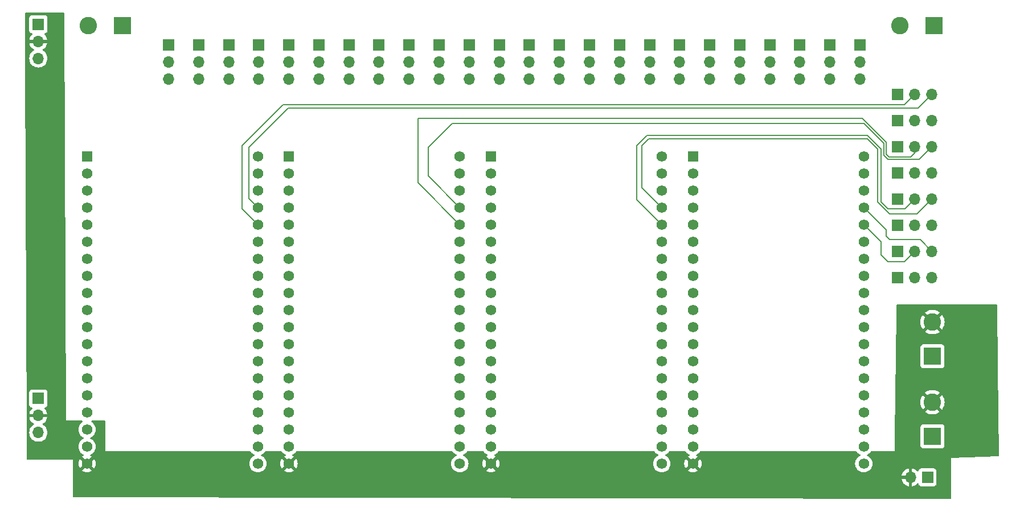
<source format=gbr>
%TF.GenerationSoftware,KiCad,Pcbnew,8.0.2-1*%
%TF.CreationDate,2025-01-09T15:56:49-05:00*%
%TF.ProjectId,C3P0_Controller_V1.1,43335030-5f43-46f6-9e74-726f6c6c6572,rev?*%
%TF.SameCoordinates,Original*%
%TF.FileFunction,Copper,L1,Top*%
%TF.FilePolarity,Positive*%
%FSLAX46Y46*%
G04 Gerber Fmt 4.6, Leading zero omitted, Abs format (unit mm)*
G04 Created by KiCad (PCBNEW 8.0.2-1) date 2025-01-09 15:56:49*
%MOMM*%
%LPD*%
G01*
G04 APERTURE LIST*
%TA.AperFunction,ComponentPad*%
%ADD10R,1.700000X1.700000*%
%TD*%
%TA.AperFunction,ComponentPad*%
%ADD11O,1.700000X1.700000*%
%TD*%
%TA.AperFunction,ComponentPad*%
%ADD12R,1.560000X1.560000*%
%TD*%
%TA.AperFunction,ComponentPad*%
%ADD13C,1.560000*%
%TD*%
%TA.AperFunction,ComponentPad*%
%ADD14R,2.600000X2.600000*%
%TD*%
%TA.AperFunction,ComponentPad*%
%ADD15C,2.600000*%
%TD*%
%TA.AperFunction,Conductor*%
%ADD16C,0.152400*%
%TD*%
%TA.AperFunction,Conductor*%
%ADD17C,0.200000*%
%TD*%
G04 APERTURE END LIST*
D10*
%TO.P,J37,1,Pin_1*%
%TO.N,GND*%
X204406000Y-93868285D03*
D11*
%TO.P,J37,2,Pin_2*%
%TO.N,T_RX1*%
X206946000Y-93868285D03*
%TO.P,J37,3,Pin_3*%
%TO.N,T_TX1*%
X209486000Y-93868285D03*
%TD*%
D10*
%TO.P,J36,1,Pin_1*%
%TO.N,GND*%
X204406000Y-78310857D03*
D11*
%TO.P,J36,2,Pin_2*%
%TO.N,RA_RX1*%
X206946000Y-78310857D03*
%TO.P,J36,3,Pin_3*%
%TO.N,RA_TX1*%
X209486000Y-78310857D03*
%TD*%
D10*
%TO.P,J35,1,Pin_1*%
%TO.N,GND*%
X204406000Y-101647000D03*
D11*
%TO.P,J35,2,Pin_2*%
%TO.N,LA_RX1*%
X206946000Y-101647000D03*
%TO.P,J35,3,Pin_3*%
%TO.N,LA_TX1*%
X209486000Y-101647000D03*
%TD*%
D10*
%TO.P,J34,1,Pin_1*%
%TO.N,GND*%
X204406000Y-86089571D03*
D11*
%TO.P,J34,2,Pin_2*%
%TO.N,H_RX1*%
X206946000Y-86089571D03*
%TO.P,J34,3,Pin_3*%
%TO.N,H_TX1*%
X209486000Y-86089571D03*
%TD*%
D10*
%TO.P,J7,1,Pin_1*%
%TO.N,GND*%
X185391025Y-67005000D03*
D11*
%TO.P,J7,2,Pin_2*%
%TO.N,SVR_PWR*%
X185391025Y-69545000D03*
%TO.P,J7,3,Pin_3*%
%TO.N,SRV_7*%
X185391025Y-72085000D03*
%TD*%
D10*
%TO.P,J21,1,Pin_1*%
%TO.N,GND*%
X167514301Y-67005000D03*
D11*
%TO.P,J21,2,Pin_2*%
%TO.N,SVR_PWR*%
X167514301Y-69545000D03*
%TO.P,J21,3,Pin_3*%
%TO.N,SRV_21*%
X167514301Y-72085000D03*
%TD*%
D12*
%TO.P,U3,J2-1,3V3*%
%TO.N,unconnected-(U3-3V3-PadJ2-1)*%
X143938000Y-83611000D03*
D13*
%TO.P,U3,J2-2,EN*%
%TO.N,unconnected-(U3-EN-PadJ2-2)*%
X143938000Y-86151000D03*
%TO.P,U3,J2-3,SENSOR_VP*%
%TO.N,unconnected-(U3-SENSOR_VP-PadJ2-3)*%
X143938000Y-88691000D03*
%TO.P,U3,J2-4,SENSOR_VN*%
%TO.N,unconnected-(U3-SENSOR_VN-PadJ2-4)*%
X143938000Y-91231000D03*
%TO.P,U3,J2-5,IO34*%
%TO.N,unconnected-(U3-IO34-PadJ2-5)*%
X143938000Y-93771000D03*
%TO.P,U3,J2-6,IO35*%
%TO.N,unconnected-(U3-IO35-PadJ2-6)*%
X143938000Y-96311000D03*
%TO.P,U3,J2-7,IO32*%
%TO.N,unconnected-(U3-IO32-PadJ2-7)*%
X143938000Y-98851000D03*
%TO.P,U3,J2-8,IO33*%
%TO.N,T_TX1*%
X143938000Y-101391000D03*
%TO.P,U3,J2-9,IO25*%
%TO.N,T_RX1*%
X143938000Y-103931000D03*
%TO.P,U3,J2-10,IO26*%
%TO.N,unconnected-(U3-IO26-PadJ2-10)*%
X143938000Y-106471000D03*
%TO.P,U3,J2-11,IO27*%
%TO.N,unconnected-(U3-IO27-PadJ2-11)*%
X143938000Y-109011000D03*
%TO.P,U3,J2-12,IO14*%
%TO.N,unconnected-(U3-IO14-PadJ2-12)*%
X143938000Y-111551000D03*
%TO.P,U3,J2-13,IO12*%
%TO.N,unconnected-(U3-IO12-PadJ2-13)*%
X143938000Y-114091000D03*
%TO.P,U3,J2-14,GND1*%
%TO.N,unconnected-(U3-GND1-PadJ2-14)*%
X143938000Y-116631000D03*
%TO.P,U3,J2-15,IO13*%
%TO.N,unconnected-(U3-IO13-PadJ2-15)*%
X143938000Y-119171000D03*
%TO.P,U3,J2-16,SD2*%
%TO.N,unconnected-(U3-SD2-PadJ2-16)*%
X143938000Y-121711000D03*
%TO.P,U3,J2-17,SD3*%
%TO.N,unconnected-(U3-SD3-PadJ2-17)*%
X143938000Y-124251000D03*
%TO.P,U3,J2-18,CMD*%
%TO.N,unconnected-(U3-CMD-PadJ2-18)*%
X143938000Y-126791000D03*
%TO.P,U3,J2-19,EXT_5V*%
%TO.N,5V*%
X143938000Y-129331000D03*
%TO.P,U3,J3-1,GND3*%
%TO.N,GND*%
X169338000Y-83611000D03*
%TO.P,U3,J3-2,IO23*%
%TO.N,unconnected-(U3-IO23-PadJ3-2)*%
X169338000Y-86151000D03*
%TO.P,U3,J3-3,IO22*%
%TO.N,SRV_22*%
X169338000Y-88691000D03*
%TO.P,U3,J3-4,TXD0*%
%TO.N,T_TX*%
X169338000Y-91231000D03*
%TO.P,U3,J3-5,RXD0*%
%TO.N,T_RX*%
X169338000Y-93771000D03*
%TO.P,U3,J3-6,IO21*%
%TO.N,SRV_21*%
X169338000Y-96311000D03*
%TO.P,U3,J3-7,GND2*%
%TO.N,unconnected-(U3-GND2-PadJ3-7)*%
X169338000Y-98851000D03*
%TO.P,U3,J3-8,IO19*%
%TO.N,SRV_20*%
X169338000Y-101391000D03*
%TO.P,U3,J3-9,IO18*%
%TO.N,SRV_19*%
X169338000Y-103931000D03*
%TO.P,U3,J3-10,IO5*%
%TO.N,unconnected-(U3-IO5-PadJ3-10)*%
X169338000Y-106471000D03*
%TO.P,U3,J3-11,IO17*%
%TO.N,SRV_18*%
X169338000Y-109011000D03*
%TO.P,U3,J3-12,IO16*%
%TO.N,SRV_17*%
X169338000Y-111551000D03*
%TO.P,U3,J3-13,IO4*%
%TO.N,unconnected-(U3-IO4-PadJ3-13)*%
X169338000Y-114091000D03*
%TO.P,U3,J3-14,IO0*%
%TO.N,unconnected-(U3-IO0-PadJ3-14)*%
X169338000Y-116631000D03*
%TO.P,U3,J3-15,IO2*%
%TO.N,unconnected-(U3-IO2-PadJ3-15)*%
X169338000Y-119171000D03*
%TO.P,U3,J3-16,IO15*%
%TO.N,unconnected-(U3-IO15-PadJ3-16)*%
X169338000Y-121711000D03*
%TO.P,U3,J3-17,SD1*%
%TO.N,unconnected-(U3-SD1-PadJ3-17)*%
X169338000Y-124251000D03*
%TO.P,U3,J3-18,SD0*%
%TO.N,unconnected-(U3-SD0-PadJ3-18)*%
X169338000Y-126791000D03*
%TO.P,U3,J3-19,CLK*%
%TO.N,unconnected-(U3-CLK-PadJ3-19)*%
X169338000Y-129331000D03*
%TD*%
D10*
%TO.P,J29,1,Pin_1*%
%TO.N,GND*%
X208835000Y-131365000D03*
D11*
%TO.P,J29,2,Pin_2*%
%TO.N,5V*%
X206295000Y-131365000D03*
%TD*%
D10*
%TO.P,J16,1,Pin_1*%
%TO.N,GND*%
X118353310Y-67005000D03*
D11*
%TO.P,J16,2,Pin_2*%
%TO.N,SVR_PWR*%
X118353310Y-69545000D03*
%TO.P,J16,3,Pin_3*%
%TO.N,SRV_16*%
X118353310Y-72085000D03*
%TD*%
D10*
%TO.P,J5,1,Pin_1*%
%TO.N,GND*%
X176452663Y-67005000D03*
D11*
%TO.P,J5,2,Pin_2*%
%TO.N,SVR_PWR*%
X176452663Y-69545000D03*
%TO.P,J5,3,Pin_3*%
%TO.N,SRV_5*%
X176452663Y-72085000D03*
%TD*%
D12*
%TO.P,U1,J2-1,3V3*%
%TO.N,unconnected-(U1-3V3-PadJ2-1)*%
X83888000Y-83611000D03*
D13*
%TO.P,U1,J2-2,EN*%
%TO.N,unconnected-(U1-EN-PadJ2-2)*%
X83888000Y-86151000D03*
%TO.P,U1,J2-3,SENSOR_VP*%
%TO.N,unconnected-(U1-SENSOR_VP-PadJ2-3)*%
X83888000Y-88691000D03*
%TO.P,U1,J2-4,SENSOR_VN*%
%TO.N,unconnected-(U1-SENSOR_VN-PadJ2-4)*%
X83888000Y-91231000D03*
%TO.P,U1,J2-5,IO34*%
%TO.N,unconnected-(U1-IO34-PadJ2-5)*%
X83888000Y-93771000D03*
%TO.P,U1,J2-6,IO35*%
%TO.N,unconnected-(U1-IO35-PadJ2-6)*%
X83888000Y-96311000D03*
%TO.P,U1,J2-7,IO32*%
%TO.N,unconnected-(U1-IO32-PadJ2-7)*%
X83888000Y-98851000D03*
%TO.P,U1,J2-8,IO33*%
%TO.N,RA_TX1*%
X83888000Y-101391000D03*
%TO.P,U1,J2-9,IO25*%
%TO.N,RA_RX1*%
X83888000Y-103931000D03*
%TO.P,U1,J2-10,IO26*%
%TO.N,unconnected-(U1-IO26-PadJ2-10)*%
X83888000Y-106471000D03*
%TO.P,U1,J2-11,IO27*%
%TO.N,unconnected-(U1-IO27-PadJ2-11)*%
X83888000Y-109011000D03*
%TO.P,U1,J2-12,IO14*%
%TO.N,unconnected-(U1-IO14-PadJ2-12)*%
X83888000Y-111551000D03*
%TO.P,U1,J2-13,IO12*%
%TO.N,unconnected-(U1-IO12-PadJ2-13)*%
X83888000Y-114091000D03*
%TO.P,U1,J2-14,GND1*%
%TO.N,unconnected-(U1-GND1-PadJ2-14)*%
X83888000Y-116631000D03*
%TO.P,U1,J2-15,IO13*%
%TO.N,unconnected-(U1-IO13-PadJ2-15)*%
X83888000Y-119171000D03*
%TO.P,U1,J2-16,SD2*%
%TO.N,unconnected-(U1-SD2-PadJ2-16)*%
X83888000Y-121711000D03*
%TO.P,U1,J2-17,SD3*%
%TO.N,unconnected-(U1-SD3-PadJ2-17)*%
X83888000Y-124251000D03*
%TO.P,U1,J2-18,CMD*%
%TO.N,unconnected-(U1-CMD-PadJ2-18)*%
X83888000Y-126791000D03*
%TO.P,U1,J2-19,EXT_5V*%
%TO.N,5V*%
X83888000Y-129331000D03*
%TO.P,U1,J3-1,GND3*%
%TO.N,GND*%
X109288000Y-83611000D03*
%TO.P,U1,J3-2,IO23*%
%TO.N,unconnected-(U1-IO23-PadJ3-2)*%
X109288000Y-86151000D03*
%TO.P,U1,J3-3,IO22*%
%TO.N,SRV_16*%
X109288000Y-88691000D03*
%TO.P,U1,J3-4,TXD0*%
%TO.N,RA_TX*%
X109288000Y-91231000D03*
%TO.P,U1,J3-5,RXD0*%
%TO.N,RA_RX*%
X109288000Y-93771000D03*
%TO.P,U1,J3-6,IO21*%
%TO.N,SRV_15*%
X109288000Y-96311000D03*
%TO.P,U1,J3-7,GND2*%
%TO.N,unconnected-(U1-GND2-PadJ3-7)*%
X109288000Y-98851000D03*
%TO.P,U1,J3-8,IO19*%
%TO.N,SRV_14*%
X109288000Y-101391000D03*
%TO.P,U1,J3-9,IO18*%
%TO.N,SRV_13*%
X109288000Y-103931000D03*
%TO.P,U1,J3-10,IO5*%
%TO.N,unconnected-(U1-IO5-PadJ3-10)*%
X109288000Y-106471000D03*
%TO.P,U1,J3-11,IO17*%
%TO.N,SRV_12*%
X109288000Y-109011000D03*
%TO.P,U1,J3-12,IO16*%
%TO.N,SRV_11*%
X109288000Y-111551000D03*
%TO.P,U1,J3-13,IO4*%
%TO.N,unconnected-(U1-IO4-PadJ3-13)*%
X109288000Y-114091000D03*
%TO.P,U1,J3-14,IO0*%
%TO.N,unconnected-(U1-IO0-PadJ3-14)*%
X109288000Y-116631000D03*
%TO.P,U1,J3-15,IO2*%
%TO.N,unconnected-(U1-IO2-PadJ3-15)*%
X109288000Y-119171000D03*
%TO.P,U1,J3-16,IO15*%
%TO.N,unconnected-(U1-IO15-PadJ3-16)*%
X109288000Y-121711000D03*
%TO.P,U1,J3-17,SD1*%
%TO.N,unconnected-(U1-SD1-PadJ3-17)*%
X109288000Y-124251000D03*
%TO.P,U1,J3-18,SD0*%
%TO.N,unconnected-(U1-SD0-PadJ3-18)*%
X109288000Y-126791000D03*
%TO.P,U1,J3-19,CLK*%
%TO.N,unconnected-(U1-CLK-PadJ3-19)*%
X109288000Y-129331000D03*
%TD*%
D10*
%TO.P,J30,1,Pin_1*%
%TO.N,GND*%
X204406000Y-82200214D03*
D11*
%TO.P,J30,2,Pin_2*%
%TO.N,H_RX*%
X206946000Y-82200214D03*
%TO.P,J30,3,Pin_3*%
%TO.N,H_TX*%
X209486000Y-82200214D03*
%TD*%
D10*
%TO.P,J15,1,Pin_1*%
%TO.N,GND*%
X113884129Y-67005000D03*
D11*
%TO.P,J15,2,Pin_2*%
%TO.N,SVR_PWR*%
X113884129Y-69545000D03*
%TO.P,J15,3,Pin_3*%
%TO.N,SRV_15*%
X113884129Y-72085000D03*
%TD*%
D10*
%TO.P,J20,1,Pin_1*%
%TO.N,GND*%
X163045120Y-67005000D03*
D11*
%TO.P,J20,2,Pin_2*%
%TO.N,SVR_PWR*%
X163045120Y-69545000D03*
%TO.P,J20,3,Pin_3*%
%TO.N,SRV_20*%
X163045120Y-72085000D03*
%TD*%
D10*
%TO.P,J2,1,Pin_1*%
%TO.N,GND*%
X127291672Y-67005000D03*
D11*
%TO.P,J2,2,Pin_2*%
%TO.N,SVR_PWR*%
X127291672Y-69545000D03*
%TO.P,J2,3,Pin_3*%
%TO.N,SRV_2*%
X127291672Y-72085000D03*
%TD*%
D14*
%TO.P,J50,1,Pin_1*%
%TO.N,GND*%
X89171000Y-64155000D03*
D15*
%TO.P,J50,2,Pin_2*%
%TO.N,SVR_PWR*%
X84091000Y-64155000D03*
%TD*%
D10*
%TO.P,J19,1,Pin_1*%
%TO.N,GND*%
X158575939Y-67005000D03*
D11*
%TO.P,J19,2,Pin_2*%
%TO.N,SVR_PWR*%
X158575939Y-69545000D03*
%TO.P,J19,3,Pin_3*%
%TO.N,SRV_19*%
X158575939Y-72085000D03*
%TD*%
D10*
%TO.P,J13,1,Pin_1*%
%TO.N,GND*%
X104945767Y-67005000D03*
D11*
%TO.P,J13,2,Pin_2*%
%TO.N,SVR_PWR*%
X104945767Y-69545000D03*
%TO.P,J13,3,Pin_3*%
%TO.N,SRV_13*%
X104945767Y-72085000D03*
%TD*%
D10*
%TO.P,J33,1,Pin_1*%
%TO.N,GND*%
X204406000Y-89978928D03*
D11*
%TO.P,J33,2,Pin_2*%
%TO.N,T_RX*%
X206946000Y-89978928D03*
%TO.P,J33,3,Pin_3*%
%TO.N,T_TX*%
X209486000Y-89978928D03*
%TD*%
D10*
%TO.P,J24,1,Pin_1*%
%TO.N,GND*%
X145168396Y-67005000D03*
D11*
%TO.P,J24,2,Pin_2*%
%TO.N,SVR_PWR*%
X145168396Y-69545000D03*
%TO.P,J24,3,Pin_3*%
%TO.N,SPR_2*%
X145168396Y-72085000D03*
%TD*%
D10*
%TO.P,J11,1,Pin_1*%
%TO.N,GND*%
X96007405Y-67005000D03*
D11*
%TO.P,J11,2,Pin_2*%
%TO.N,SVR_PWR*%
X96007405Y-69545000D03*
%TO.P,J11,3,Pin_3*%
%TO.N,SRV_11*%
X96007405Y-72085000D03*
%TD*%
D10*
%TO.P,J26,1,Pin_1*%
%TO.N,GND*%
X76650000Y-119644000D03*
D11*
%TO.P,J26,2,Pin_2*%
%TO.N,5V*%
X76650000Y-122184000D03*
%TO.P,J26,3,Pin_3*%
%TO.N,MISC_2*%
X76650000Y-124724000D03*
%TD*%
D10*
%TO.P,J22,1,Pin_1*%
%TO.N,GND*%
X171983482Y-67005000D03*
D11*
%TO.P,J22,2,Pin_2*%
%TO.N,SVR_PWR*%
X171983482Y-69545000D03*
%TO.P,J22,3,Pin_3*%
%TO.N,SRV_22*%
X171983482Y-72085000D03*
%TD*%
D10*
%TO.P,J6,1,Pin_1*%
%TO.N,GND*%
X180921844Y-67005000D03*
D11*
%TO.P,J6,2,Pin_2*%
%TO.N,SVR_PWR*%
X180921844Y-69545000D03*
%TO.P,J6,3,Pin_3*%
%TO.N,SRV_6*%
X180921844Y-72085000D03*
%TD*%
D12*
%TO.P,U4,J2-1,3V3*%
%TO.N,unconnected-(U4-3V3-PadJ2-1)*%
X173963000Y-83611000D03*
D13*
%TO.P,U4,J2-2,EN*%
%TO.N,unconnected-(U4-EN-PadJ2-2)*%
X173963000Y-86151000D03*
%TO.P,U4,J2-3,SENSOR_VP*%
%TO.N,unconnected-(U4-SENSOR_VP-PadJ2-3)*%
X173963000Y-88691000D03*
%TO.P,U4,J2-4,SENSOR_VN*%
%TO.N,unconnected-(U4-SENSOR_VN-PadJ2-4)*%
X173963000Y-91231000D03*
%TO.P,U4,J2-5,IO34*%
%TO.N,unconnected-(U4-IO34-PadJ2-5)*%
X173963000Y-93771000D03*
%TO.P,U4,J2-6,IO35*%
%TO.N,unconnected-(U4-IO35-PadJ2-6)*%
X173963000Y-96311000D03*
%TO.P,U4,J2-7,IO32*%
%TO.N,unconnected-(U4-IO32-PadJ2-7)*%
X173963000Y-98851000D03*
%TO.P,U4,J2-8,IO33*%
%TO.N,LA_TX1*%
X173963000Y-101391000D03*
%TO.P,U4,J2-9,IO25*%
%TO.N,LA_RX1*%
X173963000Y-103931000D03*
%TO.P,U4,J2-10,IO26*%
%TO.N,unconnected-(U4-IO26-PadJ2-10)*%
X173963000Y-106471000D03*
%TO.P,U4,J2-11,IO27*%
%TO.N,unconnected-(U4-IO27-PadJ2-11)*%
X173963000Y-109011000D03*
%TO.P,U4,J2-12,IO14*%
%TO.N,unconnected-(U4-IO14-PadJ2-12)*%
X173963000Y-111551000D03*
%TO.P,U4,J2-13,IO12*%
%TO.N,unconnected-(U4-IO12-PadJ2-13)*%
X173963000Y-114091000D03*
%TO.P,U4,J2-14,GND1*%
%TO.N,unconnected-(U4-GND1-PadJ2-14)*%
X173963000Y-116631000D03*
%TO.P,U4,J2-15,IO13*%
%TO.N,unconnected-(U4-IO13-PadJ2-15)*%
X173963000Y-119171000D03*
%TO.P,U4,J2-16,SD2*%
%TO.N,unconnected-(U4-SD2-PadJ2-16)*%
X173963000Y-121711000D03*
%TO.P,U4,J2-17,SD3*%
%TO.N,unconnected-(U4-SD3-PadJ2-17)*%
X173963000Y-124251000D03*
%TO.P,U4,J2-18,CMD*%
%TO.N,unconnected-(U4-CMD-PadJ2-18)*%
X173963000Y-126791000D03*
%TO.P,U4,J2-19,EXT_5V*%
%TO.N,5V*%
X173963000Y-129331000D03*
%TO.P,U4,J3-1,GND3*%
%TO.N,GND*%
X199363000Y-83611000D03*
%TO.P,U4,J3-2,IO23*%
%TO.N,unconnected-(U4-IO23-PadJ3-2)*%
X199363000Y-86151000D03*
%TO.P,U4,J3-3,IO22*%
%TO.N,SRV_10*%
X199363000Y-88691000D03*
%TO.P,U4,J3-4,TXD0*%
%TO.N,LA_TX*%
X199363000Y-91231000D03*
%TO.P,U4,J3-5,RXD0*%
%TO.N,LA_RX*%
X199363000Y-93771000D03*
%TO.P,U4,J3-6,IO21*%
%TO.N,SRV_9*%
X199363000Y-96311000D03*
%TO.P,U4,J3-7,GND2*%
%TO.N,unconnected-(U4-GND2-PadJ3-7)*%
X199363000Y-98851000D03*
%TO.P,U4,J3-8,IO19*%
%TO.N,SRV_8*%
X199363000Y-101391000D03*
%TO.P,U4,J3-9,IO18*%
%TO.N,SRV_7*%
X199363000Y-103931000D03*
%TO.P,U4,J3-10,IO5*%
%TO.N,unconnected-(U4-IO5-PadJ3-10)*%
X199363000Y-106471000D03*
%TO.P,U4,J3-11,IO17*%
%TO.N,SRV_6*%
X199363000Y-109011000D03*
%TO.P,U4,J3-12,IO16*%
%TO.N,SRV_5*%
X199363000Y-111551000D03*
%TO.P,U4,J3-13,IO4*%
%TO.N,unconnected-(U4-IO4-PadJ3-13)*%
X199363000Y-114091000D03*
%TO.P,U4,J3-14,IO0*%
%TO.N,unconnected-(U4-IO0-PadJ3-14)*%
X199363000Y-116631000D03*
%TO.P,U4,J3-15,IO2*%
%TO.N,unconnected-(U4-IO2-PadJ3-15)*%
X199363000Y-119171000D03*
%TO.P,U4,J3-16,IO15*%
%TO.N,unconnected-(U4-IO15-PadJ3-16)*%
X199363000Y-121711000D03*
%TO.P,U4,J3-17,SD1*%
%TO.N,unconnected-(U4-SD1-PadJ3-17)*%
X199363000Y-124251000D03*
%TO.P,U4,J3-18,SD0*%
%TO.N,unconnected-(U4-SD0-PadJ3-18)*%
X199363000Y-126791000D03*
%TO.P,U4,J3-19,CLK*%
%TO.N,unconnected-(U4-CLK-PadJ3-19)*%
X199363000Y-129331000D03*
%TD*%
D11*
%TO.P,J32,3,Pin_3*%
%TO.N,RA_TX*%
X209486000Y-74421500D03*
%TO.P,J32,2,Pin_2*%
%TO.N,RA_RX*%
X206946000Y-74421500D03*
D10*
%TO.P,J32,1,Pin_1*%
%TO.N,GND*%
X204406000Y-74421500D03*
%TD*%
%TO.P,J3,1,Pin_1*%
%TO.N,GND*%
X131760853Y-67005000D03*
D11*
%TO.P,J3,2,Pin_2*%
%TO.N,SVR_PWR*%
X131760853Y-69545000D03*
%TO.P,J3,3,Pin_3*%
%TO.N,SRV_3*%
X131760853Y-72085000D03*
%TD*%
D10*
%TO.P,J1,1,Pin_1*%
%TO.N,GND*%
X122822491Y-67005000D03*
D11*
%TO.P,J1,2,Pin_2*%
%TO.N,SVR_PWR*%
X122822491Y-69545000D03*
%TO.P,J1,3,Pin_3*%
%TO.N,SRV_1*%
X122822491Y-72085000D03*
%TD*%
D10*
%TO.P,J18,1,Pin_1*%
%TO.N,GND*%
X154106758Y-67005000D03*
D11*
%TO.P,J18,2,Pin_2*%
%TO.N,SVR_PWR*%
X154106758Y-69545000D03*
%TO.P,J18,3,Pin_3*%
%TO.N,SRV_18*%
X154106758Y-72085000D03*
%TD*%
D10*
%TO.P,J23,1,Pin_1*%
%TO.N,GND*%
X140699215Y-67005000D03*
D11*
%TO.P,J23,2,Pin_2*%
%TO.N,SVR_PWR*%
X140699215Y-69545000D03*
%TO.P,J23,3,Pin_3*%
%TO.N,SPR_1*%
X140699215Y-72085000D03*
%TD*%
D10*
%TO.P,J4,1,Pin_1*%
%TO.N,GND*%
X136230034Y-67005000D03*
D11*
%TO.P,J4,2,Pin_2*%
%TO.N,SVR_PWR*%
X136230034Y-69545000D03*
%TO.P,J4,3,Pin_3*%
%TO.N,SRV_4*%
X136230034Y-72085000D03*
%TD*%
D10*
%TO.P,J17,1,Pin_1*%
%TO.N,GND*%
X149637577Y-67005000D03*
D11*
%TO.P,J17,2,Pin_2*%
%TO.N,SVR_PWR*%
X149637577Y-69545000D03*
%TO.P,J17,3,Pin_3*%
%TO.N,SRV_17*%
X149637577Y-72085000D03*
%TD*%
D14*
%TO.P,J51,1,Pin_1*%
%TO.N,GND*%
X209567000Y-125267000D03*
D15*
%TO.P,J51,2,Pin_2*%
%TO.N,5V*%
X209567000Y-120187000D03*
%TD*%
D14*
%TO.P,J27,1,Pin_1*%
%TO.N,GND*%
X209821000Y-64155000D03*
D15*
%TO.P,J27,2,Pin_2*%
%TO.N,SVR_PWR*%
X204741000Y-64155000D03*
%TD*%
D10*
%TO.P,J9,1,Pin_1*%
%TO.N,GND*%
X194329387Y-67005000D03*
D11*
%TO.P,J9,2,Pin_2*%
%TO.N,SVR_PWR*%
X194329387Y-69545000D03*
%TO.P,J9,3,Pin_3*%
%TO.N,SRV_9*%
X194329387Y-72085000D03*
%TD*%
D14*
%TO.P,J28,1,Pin_1*%
%TO.N,GND*%
X209567000Y-113353000D03*
D15*
%TO.P,J28,2,Pin_2*%
%TO.N,5V*%
X209567000Y-108273000D03*
%TD*%
D10*
%TO.P,J12,1,Pin_1*%
%TO.N,GND*%
X100476586Y-67005000D03*
D11*
%TO.P,J12,2,Pin_2*%
%TO.N,SVR_PWR*%
X100476586Y-69545000D03*
%TO.P,J12,3,Pin_3*%
%TO.N,SRV_12*%
X100476586Y-72085000D03*
%TD*%
D12*
%TO.P,U2,J2-1,3V3*%
%TO.N,unconnected-(U2-3V3-PadJ2-1)*%
X113913000Y-83611000D03*
D13*
%TO.P,U2,J2-2,EN*%
%TO.N,unconnected-(U2-EN-PadJ2-2)*%
X113913000Y-86151000D03*
%TO.P,U2,J2-3,SENSOR_VP*%
%TO.N,unconnected-(U2-SENSOR_VP-PadJ2-3)*%
X113913000Y-88691000D03*
%TO.P,U2,J2-4,SENSOR_VN*%
%TO.N,unconnected-(U2-SENSOR_VN-PadJ2-4)*%
X113913000Y-91231000D03*
%TO.P,U2,J2-5,IO34*%
%TO.N,unconnected-(U2-IO34-PadJ2-5)*%
X113913000Y-93771000D03*
%TO.P,U2,J2-6,IO35*%
%TO.N,unconnected-(U2-IO35-PadJ2-6)*%
X113913000Y-96311000D03*
%TO.P,U2,J2-7,IO32*%
%TO.N,unconnected-(U2-IO32-PadJ2-7)*%
X113913000Y-98851000D03*
%TO.P,U2,J2-8,IO33*%
%TO.N,H_TX1*%
X113913000Y-101391000D03*
%TO.P,U2,J2-9,IO25*%
%TO.N,H_RX1*%
X113913000Y-103931000D03*
%TO.P,U2,J2-10,IO26*%
%TO.N,MISC_1*%
X113913000Y-106471000D03*
%TO.P,U2,J2-11,IO27*%
%TO.N,MISC_2*%
X113913000Y-109011000D03*
%TO.P,U2,J2-12,IO14*%
%TO.N,unconnected-(U2-IO14-PadJ2-12)*%
X113913000Y-111551000D03*
%TO.P,U2,J2-13,IO12*%
%TO.N,unconnected-(U2-IO12-PadJ2-13)*%
X113913000Y-114091000D03*
%TO.P,U2,J2-14,GND1*%
%TO.N,unconnected-(U2-GND1-PadJ2-14)*%
X113913000Y-116631000D03*
%TO.P,U2,J2-15,IO13*%
%TO.N,unconnected-(U2-IO13-PadJ2-15)*%
X113913000Y-119171000D03*
%TO.P,U2,J2-16,SD2*%
%TO.N,unconnected-(U2-SD2-PadJ2-16)*%
X113913000Y-121711000D03*
%TO.P,U2,J2-17,SD3*%
%TO.N,unconnected-(U2-SD3-PadJ2-17)*%
X113913000Y-124251000D03*
%TO.P,U2,J2-18,CMD*%
%TO.N,unconnected-(U2-CMD-PadJ2-18)*%
X113913000Y-126791000D03*
%TO.P,U2,J2-19,EXT_5V*%
%TO.N,5V*%
X113913000Y-129331000D03*
%TO.P,U2,J3-1,GND3*%
%TO.N,GND*%
X139313000Y-83611000D03*
%TO.P,U2,J3-2,IO23*%
%TO.N,unconnected-(U2-IO23-PadJ3-2)*%
X139313000Y-86151000D03*
%TO.P,U2,J3-3,IO22*%
%TO.N,SPR_2*%
X139313000Y-88691000D03*
%TO.P,U2,J3-4,TXD0*%
%TO.N,H_TX*%
X139313000Y-91231000D03*
%TO.P,U2,J3-5,RXD0*%
%TO.N,H_RX*%
X139313000Y-93771000D03*
%TO.P,U2,J3-6,IO21*%
%TO.N,SPR_1*%
X139313000Y-96311000D03*
%TO.P,U2,J3-7,GND2*%
%TO.N,unconnected-(U2-GND2-PadJ3-7)*%
X139313000Y-98851000D03*
%TO.P,U2,J3-8,IO19*%
%TO.N,SRV_4*%
X139313000Y-101391000D03*
%TO.P,U2,J3-9,IO18*%
%TO.N,SRV_3*%
X139313000Y-103931000D03*
%TO.P,U2,J3-10,IO5*%
%TO.N,unconnected-(U2-IO5-PadJ3-10)*%
X139313000Y-106471000D03*
%TO.P,U2,J3-11,IO17*%
%TO.N,SRV_2*%
X139313000Y-109011000D03*
%TO.P,U2,J3-12,IO16*%
%TO.N,SRV_1*%
X139313000Y-111551000D03*
%TO.P,U2,J3-13,IO4*%
%TO.N,unconnected-(U2-IO4-PadJ3-13)*%
X139313000Y-114091000D03*
%TO.P,U2,J3-14,IO0*%
%TO.N,unconnected-(U2-IO0-PadJ3-14)*%
X139313000Y-116631000D03*
%TO.P,U2,J3-15,IO2*%
%TO.N,unconnected-(U2-IO2-PadJ3-15)*%
X139313000Y-119171000D03*
%TO.P,U2,J3-16,IO15*%
%TO.N,unconnected-(U2-IO15-PadJ3-16)*%
X139313000Y-121711000D03*
%TO.P,U2,J3-17,SD1*%
%TO.N,unconnected-(U2-SD1-PadJ3-17)*%
X139313000Y-124251000D03*
%TO.P,U2,J3-18,SD0*%
%TO.N,unconnected-(U2-SD0-PadJ3-18)*%
X139313000Y-126791000D03*
%TO.P,U2,J3-19,CLK*%
%TO.N,unconnected-(U2-CLK-PadJ3-19)*%
X139313000Y-129331000D03*
%TD*%
D10*
%TO.P,J14,1,Pin_1*%
%TO.N,GND*%
X109414948Y-67005000D03*
D11*
%TO.P,J14,2,Pin_2*%
%TO.N,SVR_PWR*%
X109414948Y-69545000D03*
%TO.P,J14,3,Pin_3*%
%TO.N,SRV_14*%
X109414948Y-72085000D03*
%TD*%
D10*
%TO.P,J31,1,Pin_1*%
%TO.N,GND*%
X204406000Y-97757642D03*
D11*
%TO.P,J31,2,Pin_2*%
%TO.N,LA_RX*%
X206946000Y-97757642D03*
%TO.P,J31,3,Pin_3*%
%TO.N,LA_TX*%
X209486000Y-97757642D03*
%TD*%
D10*
%TO.P,J10,1,Pin_1*%
%TO.N,GND*%
X198798569Y-67005000D03*
D11*
%TO.P,J10,2,Pin_2*%
%TO.N,SVR_PWR*%
X198798569Y-69545000D03*
%TO.P,J10,3,Pin_3*%
%TO.N,SRV_10*%
X198798569Y-72085000D03*
%TD*%
D10*
%TO.P,J25,1,Pin_1*%
%TO.N,GND*%
X76650000Y-63944000D03*
D11*
%TO.P,J25,2,Pin_2*%
%TO.N,5V*%
X76650000Y-66484000D03*
%TO.P,J25,3,Pin_3*%
%TO.N,MISC_1*%
X76650000Y-69024000D03*
%TD*%
D10*
%TO.P,J8,1,Pin_1*%
%TO.N,GND*%
X189860206Y-67005000D03*
D11*
%TO.P,J8,2,Pin_2*%
%TO.N,SVR_PWR*%
X189860206Y-69545000D03*
%TO.P,J8,3,Pin_3*%
%TO.N,SRV_8*%
X189860206Y-72085000D03*
%TD*%
D16*
%TO.N,LA_TX*%
X209486000Y-97757642D02*
X207740358Y-96012000D01*
X202692000Y-95504000D02*
X202692000Y-94560000D01*
X207740358Y-96012000D02*
X203200000Y-96012000D01*
X203200000Y-96012000D02*
X202692000Y-95504000D01*
X202692000Y-94560000D02*
X199363000Y-91231000D01*
%TO.N,LA_RX*%
X206946000Y-97757642D02*
X205389642Y-99314000D01*
X205389642Y-99314000D02*
X202946000Y-99314000D01*
X202946000Y-99314000D02*
X201930000Y-98298000D01*
X201930000Y-98298000D02*
X201930000Y-96338000D01*
X201930000Y-96338000D02*
X199363000Y-93771000D01*
%TO.N,T_RX*%
X205740000Y-91186000D02*
X205486000Y-91440000D01*
X165608000Y-90041000D02*
X169338000Y-93771000D01*
X202946000Y-91440000D02*
X201930000Y-90424000D01*
X205740000Y-91184928D02*
X205740000Y-91186000D01*
X205486000Y-91440000D02*
X202946000Y-91440000D01*
X206946000Y-89978928D02*
X205740000Y-91184928D01*
X201930000Y-90424000D02*
X201930000Y-82550000D01*
X167132000Y-80518000D02*
X165608000Y-82042000D01*
X201930000Y-82550000D02*
X199898000Y-80518000D01*
X199898000Y-80518000D02*
X167132000Y-80518000D01*
X165608000Y-82042000D02*
X165608000Y-90041000D01*
%TO.N,T_TX*%
X166370000Y-88263000D02*
X166370000Y-82042000D01*
X199898000Y-81026000D02*
X201422000Y-82550000D01*
X169338000Y-91231000D02*
X166370000Y-88263000D01*
X201422000Y-82550000D02*
X201422000Y-90424000D01*
X203200000Y-92202000D02*
X207262928Y-92202000D01*
X207262928Y-92202000D02*
X209486000Y-89978928D01*
X166370000Y-82042000D02*
X167386000Y-81026000D01*
X167386000Y-81026000D02*
X199898000Y-81026000D01*
X201422000Y-90424000D02*
X203200000Y-92202000D01*
%TO.N,H_TX*%
X139313000Y-91231000D02*
X134620000Y-86538000D01*
X134620000Y-82296000D02*
X138176000Y-78740000D01*
X138176000Y-78740000D02*
X199390001Y-78740000D01*
X207612214Y-84074000D02*
X209486000Y-82200214D01*
X199390001Y-78740000D02*
X202339600Y-81689599D01*
X134620000Y-86538000D02*
X134620000Y-82296000D01*
X202339600Y-81689599D02*
X202339600Y-83467601D01*
X202339600Y-83467601D02*
X202945999Y-84074000D01*
X202945999Y-84074000D02*
X207612214Y-84074000D01*
%TO.N,H_RX*%
X206946000Y-82200214D02*
X206946000Y-83122000D01*
X206946000Y-83122000D02*
X206346400Y-83721600D01*
X206346400Y-83721600D02*
X203091968Y-83721600D01*
X199126369Y-77978000D02*
X133096000Y-77978000D01*
X203091968Y-83721600D02*
X202692000Y-83321632D01*
X133096000Y-77978000D02*
X133096000Y-87554000D01*
X202692000Y-83321632D02*
X202692000Y-81543631D01*
X202692000Y-81543631D02*
X199126369Y-77978000D01*
X133096000Y-87554000D02*
X139313000Y-93771000D01*
D17*
%TO.N,RA_RX*%
X206946000Y-74421500D02*
X205421500Y-75946000D01*
X205421500Y-75946000D02*
X113030000Y-75946000D01*
X113030000Y-75946000D02*
X106934000Y-82042000D01*
X106934000Y-82042000D02*
X106934000Y-91417000D01*
X106934000Y-91417000D02*
X109288000Y-93771000D01*
%TO.N,RA_TX*%
X209486000Y-74421500D02*
X207453500Y-76454000D01*
X207453500Y-76454000D02*
X113792000Y-76454000D01*
X113792000Y-76454000D02*
X107950000Y-82296000D01*
X107950000Y-82296000D02*
X107950000Y-89893000D01*
X107950000Y-89893000D02*
X109288000Y-91231000D01*
%TD*%
%TA.AperFunction,Conductor*%
%TO.N,5V*%
G36*
X80461557Y-62249685D02*
G01*
X80507312Y-62302489D01*
X80518516Y-62353479D01*
X80772000Y-122936000D01*
X83140255Y-122936000D01*
X83207294Y-122955685D01*
X83253049Y-123008489D01*
X83262993Y-123077647D01*
X83233968Y-123141203D01*
X83211378Y-123161575D01*
X83061764Y-123266334D01*
X82903334Y-123424764D01*
X82774819Y-123608304D01*
X82774818Y-123608306D01*
X82680129Y-123811368D01*
X82680126Y-123811374D01*
X82622137Y-124027791D01*
X82622136Y-124027799D01*
X82602609Y-124250998D01*
X82602609Y-124251001D01*
X82622136Y-124474200D01*
X82622137Y-124474208D01*
X82680126Y-124690625D01*
X82680127Y-124690627D01*
X82680128Y-124690630D01*
X82695689Y-124724000D01*
X82774819Y-124893696D01*
X82774821Y-124893700D01*
X82903329Y-125077228D01*
X82903334Y-125077234D01*
X83061765Y-125235665D01*
X83061771Y-125235670D01*
X83245299Y-125364178D01*
X83245301Y-125364179D01*
X83245304Y-125364181D01*
X83340600Y-125408618D01*
X83393039Y-125454790D01*
X83412191Y-125521984D01*
X83391975Y-125588865D01*
X83340600Y-125633382D01*
X83245306Y-125677818D01*
X83245304Y-125677819D01*
X83061764Y-125806334D01*
X82903334Y-125964764D01*
X82774819Y-126148304D01*
X82774818Y-126148306D01*
X82680129Y-126351368D01*
X82680126Y-126351374D01*
X82622137Y-126567791D01*
X82622136Y-126567799D01*
X82602609Y-126790998D01*
X82602609Y-126791001D01*
X82622136Y-127014200D01*
X82622137Y-127014208D01*
X82680126Y-127230625D01*
X82680127Y-127230627D01*
X82680128Y-127230630D01*
X82774819Y-127433696D01*
X82774821Y-127433700D01*
X82903329Y-127617228D01*
X82903334Y-127617234D01*
X83061765Y-127775665D01*
X83061771Y-127775670D01*
X83245299Y-127904178D01*
X83245301Y-127904179D01*
X83245304Y-127904181D01*
X83341190Y-127948893D01*
X83393630Y-127995065D01*
X83412782Y-128062258D01*
X83392567Y-128129139D01*
X83341192Y-128173657D01*
X83245554Y-128218254D01*
X83176887Y-128266334D01*
X83742260Y-128831707D01*
X83687288Y-128846437D01*
X83568713Y-128914896D01*
X83471896Y-129011713D01*
X83403437Y-129130288D01*
X83388707Y-129185260D01*
X82823334Y-128619887D01*
X82775253Y-128688556D01*
X82680600Y-128891540D01*
X82680596Y-128891549D01*
X82622632Y-129107875D01*
X82622630Y-129107886D01*
X82603111Y-129330997D01*
X82603111Y-129331002D01*
X82622630Y-129554113D01*
X82622632Y-129554124D01*
X82680596Y-129770450D01*
X82680600Y-129770459D01*
X82775252Y-129973443D01*
X82775253Y-129973445D01*
X82823334Y-130042112D01*
X83388707Y-129476739D01*
X83403437Y-129531712D01*
X83471896Y-129650287D01*
X83568713Y-129747104D01*
X83687288Y-129815563D01*
X83742259Y-129830292D01*
X83176886Y-130395664D01*
X83245555Y-130443746D01*
X83448540Y-130538399D01*
X83448549Y-130538403D01*
X83664875Y-130596367D01*
X83664886Y-130596369D01*
X83887998Y-130615889D01*
X83888002Y-130615889D01*
X84111113Y-130596369D01*
X84111124Y-130596367D01*
X84327450Y-130538403D01*
X84327459Y-130538399D01*
X84530445Y-130443746D01*
X84530451Y-130443742D01*
X84599112Y-130395665D01*
X84033739Y-129830292D01*
X84088712Y-129815563D01*
X84207287Y-129747104D01*
X84304104Y-129650287D01*
X84372563Y-129531712D01*
X84387292Y-129476739D01*
X84952665Y-130042112D01*
X85000742Y-129973451D01*
X85000746Y-129973445D01*
X85095399Y-129770459D01*
X85095403Y-129770450D01*
X85153367Y-129554124D01*
X85153369Y-129554113D01*
X85172889Y-129331002D01*
X85172889Y-129330997D01*
X85153369Y-129107886D01*
X85153367Y-129107875D01*
X85095403Y-128891549D01*
X85095399Y-128891540D01*
X85000747Y-128688557D01*
X85000746Y-128688555D01*
X84952664Y-128619887D01*
X84952664Y-128619886D01*
X84387292Y-129185259D01*
X84372563Y-129130288D01*
X84304104Y-129011713D01*
X84207287Y-128914896D01*
X84088712Y-128846437D01*
X84033740Y-128831707D01*
X84599112Y-128266334D01*
X84599112Y-128266333D01*
X84530445Y-128218253D01*
X84530443Y-128218252D01*
X84434808Y-128173657D01*
X84382369Y-128127485D01*
X84363217Y-128060291D01*
X84383433Y-127993410D01*
X84434804Y-127948895D01*
X84530696Y-127904181D01*
X84714233Y-127775667D01*
X84872667Y-127617233D01*
X85001181Y-127433696D01*
X85095872Y-127230630D01*
X85153863Y-127014206D01*
X85173391Y-126791000D01*
X85153863Y-126567794D01*
X85095872Y-126351370D01*
X85001181Y-126148305D01*
X84936924Y-126056536D01*
X84872668Y-125964768D01*
X84805932Y-125898032D01*
X84714233Y-125806333D01*
X84714229Y-125806330D01*
X84714228Y-125806329D01*
X84530700Y-125677821D01*
X84530692Y-125677817D01*
X84435400Y-125633382D01*
X84382960Y-125587210D01*
X84363808Y-125520017D01*
X84384023Y-125453135D01*
X84435400Y-125408618D01*
X84530696Y-125364181D01*
X84714233Y-125235667D01*
X84872667Y-125077233D01*
X85001181Y-124893696D01*
X85095872Y-124690630D01*
X85153863Y-124474206D01*
X85173391Y-124251000D01*
X85153863Y-124027794D01*
X85095872Y-123811370D01*
X85001181Y-123608305D01*
X84872667Y-123424767D01*
X84714233Y-123266333D01*
X84564622Y-123161574D01*
X84520999Y-123106998D01*
X84513806Y-123037499D01*
X84545328Y-122975145D01*
X84605558Y-122939731D01*
X84635747Y-122936000D01*
X86490000Y-122936000D01*
X86557039Y-122955685D01*
X86602794Y-123008489D01*
X86614000Y-123060000D01*
X86614000Y-127508000D01*
X108162297Y-127508000D01*
X108229336Y-127527685D01*
X108263871Y-127560876D01*
X108303333Y-127617233D01*
X108461765Y-127775665D01*
X108461771Y-127775670D01*
X108645299Y-127904178D01*
X108645301Y-127904179D01*
X108645304Y-127904181D01*
X108740600Y-127948618D01*
X108793039Y-127994790D01*
X108812191Y-128061984D01*
X108791975Y-128128865D01*
X108740600Y-128173382D01*
X108645306Y-128217818D01*
X108645304Y-128217819D01*
X108461764Y-128346334D01*
X108303334Y-128504764D01*
X108174819Y-128688304D01*
X108174818Y-128688306D01*
X108080129Y-128891368D01*
X108080126Y-128891374D01*
X108022137Y-129107791D01*
X108022136Y-129107799D01*
X108002609Y-129330998D01*
X108002609Y-129331001D01*
X108022136Y-129554200D01*
X108022137Y-129554208D01*
X108080126Y-129770625D01*
X108080127Y-129770627D01*
X108080128Y-129770630D01*
X108101081Y-129815563D01*
X108174819Y-129973696D01*
X108174821Y-129973700D01*
X108303329Y-130157228D01*
X108303334Y-130157234D01*
X108461765Y-130315665D01*
X108461771Y-130315670D01*
X108645299Y-130444178D01*
X108645301Y-130444179D01*
X108645304Y-130444181D01*
X108848370Y-130538872D01*
X109064794Y-130596863D01*
X109224226Y-130610811D01*
X109287998Y-130616391D01*
X109288000Y-130616391D01*
X109288002Y-130616391D01*
X109343801Y-130611509D01*
X109511206Y-130596863D01*
X109727630Y-130538872D01*
X109930696Y-130444181D01*
X110114233Y-130315667D01*
X110272667Y-130157233D01*
X110401181Y-129973696D01*
X110495872Y-129770630D01*
X110553863Y-129554206D01*
X110573391Y-129331000D01*
X110553863Y-129107794D01*
X110495872Y-128891370D01*
X110401181Y-128688305D01*
X110336924Y-128596536D01*
X110272668Y-128504768D01*
X110272664Y-128504764D01*
X110114233Y-128346333D01*
X110114229Y-128346330D01*
X110114228Y-128346329D01*
X109930700Y-128217821D01*
X109930692Y-128217817D01*
X109835400Y-128173382D01*
X109782960Y-128127210D01*
X109763808Y-128060017D01*
X109784023Y-127993135D01*
X109835400Y-127948618D01*
X109930696Y-127904181D01*
X110114233Y-127775667D01*
X110272667Y-127617233D01*
X110312129Y-127560876D01*
X110366706Y-127517251D01*
X110413703Y-127508000D01*
X112787297Y-127508000D01*
X112854336Y-127527685D01*
X112888871Y-127560876D01*
X112928333Y-127617233D01*
X113086765Y-127775665D01*
X113086771Y-127775670D01*
X113270299Y-127904178D01*
X113270301Y-127904179D01*
X113270304Y-127904181D01*
X113366190Y-127948893D01*
X113418630Y-127995065D01*
X113437782Y-128062258D01*
X113417567Y-128129139D01*
X113366192Y-128173657D01*
X113270554Y-128218254D01*
X113201887Y-128266334D01*
X113767260Y-128831707D01*
X113712288Y-128846437D01*
X113593713Y-128914896D01*
X113496896Y-129011713D01*
X113428437Y-129130288D01*
X113413707Y-129185260D01*
X112848334Y-128619887D01*
X112800253Y-128688556D01*
X112705600Y-128891540D01*
X112705596Y-128891549D01*
X112647632Y-129107875D01*
X112647630Y-129107886D01*
X112628111Y-129330997D01*
X112628111Y-129331002D01*
X112647630Y-129554113D01*
X112647632Y-129554124D01*
X112705596Y-129770450D01*
X112705600Y-129770459D01*
X112800252Y-129973443D01*
X112800253Y-129973445D01*
X112848334Y-130042112D01*
X113413707Y-129476739D01*
X113428437Y-129531712D01*
X113496896Y-129650287D01*
X113593713Y-129747104D01*
X113712288Y-129815563D01*
X113767259Y-129830292D01*
X113201886Y-130395664D01*
X113270555Y-130443746D01*
X113473540Y-130538399D01*
X113473549Y-130538403D01*
X113689875Y-130596367D01*
X113689886Y-130596369D01*
X113912998Y-130615889D01*
X113913002Y-130615889D01*
X114136113Y-130596369D01*
X114136124Y-130596367D01*
X114352450Y-130538403D01*
X114352459Y-130538399D01*
X114555445Y-130443746D01*
X114555451Y-130443742D01*
X114624112Y-130395665D01*
X114058739Y-129830292D01*
X114113712Y-129815563D01*
X114232287Y-129747104D01*
X114329104Y-129650287D01*
X114397563Y-129531712D01*
X114412292Y-129476739D01*
X114977665Y-130042112D01*
X115025742Y-129973451D01*
X115025746Y-129973445D01*
X115120399Y-129770459D01*
X115120403Y-129770450D01*
X115178367Y-129554124D01*
X115178369Y-129554113D01*
X115197889Y-129331002D01*
X115197889Y-129330997D01*
X115178369Y-129107886D01*
X115178367Y-129107875D01*
X115120403Y-128891549D01*
X115120399Y-128891540D01*
X115025747Y-128688557D01*
X115025746Y-128688555D01*
X114977664Y-128619887D01*
X114977664Y-128619886D01*
X114412292Y-129185259D01*
X114397563Y-129130288D01*
X114329104Y-129011713D01*
X114232287Y-128914896D01*
X114113712Y-128846437D01*
X114058740Y-128831707D01*
X114624112Y-128266334D01*
X114624112Y-128266333D01*
X114555445Y-128218253D01*
X114555443Y-128218252D01*
X114459808Y-128173657D01*
X114407369Y-128127485D01*
X114388217Y-128060291D01*
X114408433Y-127993410D01*
X114459804Y-127948895D01*
X114555696Y-127904181D01*
X114739233Y-127775667D01*
X114897667Y-127617233D01*
X114937129Y-127560876D01*
X114991706Y-127517251D01*
X115038703Y-127508000D01*
X138187297Y-127508000D01*
X138254336Y-127527685D01*
X138288871Y-127560876D01*
X138328333Y-127617233D01*
X138486765Y-127775665D01*
X138486771Y-127775670D01*
X138670299Y-127904178D01*
X138670301Y-127904179D01*
X138670304Y-127904181D01*
X138765600Y-127948618D01*
X138818039Y-127994790D01*
X138837191Y-128061984D01*
X138816975Y-128128865D01*
X138765600Y-128173382D01*
X138670306Y-128217818D01*
X138670304Y-128217819D01*
X138486764Y-128346334D01*
X138328334Y-128504764D01*
X138199819Y-128688304D01*
X138199818Y-128688306D01*
X138105129Y-128891368D01*
X138105126Y-128891374D01*
X138047137Y-129107791D01*
X138047136Y-129107799D01*
X138027609Y-129330998D01*
X138027609Y-129331001D01*
X138047136Y-129554200D01*
X138047137Y-129554208D01*
X138105126Y-129770625D01*
X138105127Y-129770627D01*
X138105128Y-129770630D01*
X138126081Y-129815563D01*
X138199819Y-129973696D01*
X138199821Y-129973700D01*
X138328329Y-130157228D01*
X138328334Y-130157234D01*
X138486765Y-130315665D01*
X138486771Y-130315670D01*
X138670299Y-130444178D01*
X138670301Y-130444179D01*
X138670304Y-130444181D01*
X138873370Y-130538872D01*
X139089794Y-130596863D01*
X139249226Y-130610811D01*
X139312998Y-130616391D01*
X139313000Y-130616391D01*
X139313002Y-130616391D01*
X139368801Y-130611509D01*
X139536206Y-130596863D01*
X139752630Y-130538872D01*
X139955696Y-130444181D01*
X140139233Y-130315667D01*
X140297667Y-130157233D01*
X140426181Y-129973696D01*
X140520872Y-129770630D01*
X140578863Y-129554206D01*
X140598391Y-129331000D01*
X140578863Y-129107794D01*
X140520872Y-128891370D01*
X140426181Y-128688305D01*
X140361924Y-128596536D01*
X140297668Y-128504768D01*
X140297664Y-128504764D01*
X140139233Y-128346333D01*
X140139229Y-128346330D01*
X140139228Y-128346329D01*
X139955700Y-128217821D01*
X139955692Y-128217817D01*
X139860400Y-128173382D01*
X139807960Y-128127210D01*
X139788808Y-128060017D01*
X139809023Y-127993135D01*
X139860400Y-127948618D01*
X139955696Y-127904181D01*
X140139233Y-127775667D01*
X140297667Y-127617233D01*
X140337129Y-127560876D01*
X140391706Y-127517251D01*
X140438703Y-127508000D01*
X142812297Y-127508000D01*
X142879336Y-127527685D01*
X142913871Y-127560876D01*
X142953333Y-127617233D01*
X143111765Y-127775665D01*
X143111771Y-127775670D01*
X143295299Y-127904178D01*
X143295301Y-127904179D01*
X143295304Y-127904181D01*
X143391190Y-127948893D01*
X143443630Y-127995065D01*
X143462782Y-128062258D01*
X143442567Y-128129139D01*
X143391192Y-128173657D01*
X143295554Y-128218254D01*
X143226887Y-128266334D01*
X143792260Y-128831707D01*
X143737288Y-128846437D01*
X143618713Y-128914896D01*
X143521896Y-129011713D01*
X143453437Y-129130288D01*
X143438707Y-129185260D01*
X142873334Y-128619887D01*
X142825253Y-128688556D01*
X142730600Y-128891540D01*
X142730596Y-128891549D01*
X142672632Y-129107875D01*
X142672630Y-129107886D01*
X142653111Y-129330997D01*
X142653111Y-129331002D01*
X142672630Y-129554113D01*
X142672632Y-129554124D01*
X142730596Y-129770450D01*
X142730600Y-129770459D01*
X142825252Y-129973443D01*
X142825253Y-129973445D01*
X142873334Y-130042112D01*
X143438707Y-129476739D01*
X143453437Y-129531712D01*
X143521896Y-129650287D01*
X143618713Y-129747104D01*
X143737288Y-129815563D01*
X143792259Y-129830292D01*
X143226886Y-130395664D01*
X143295555Y-130443746D01*
X143498540Y-130538399D01*
X143498549Y-130538403D01*
X143714875Y-130596367D01*
X143714886Y-130596369D01*
X143937998Y-130615889D01*
X143938002Y-130615889D01*
X144161113Y-130596369D01*
X144161124Y-130596367D01*
X144377450Y-130538403D01*
X144377459Y-130538399D01*
X144580445Y-130443746D01*
X144580451Y-130443742D01*
X144649112Y-130395665D01*
X144083739Y-129830292D01*
X144138712Y-129815563D01*
X144257287Y-129747104D01*
X144354104Y-129650287D01*
X144422563Y-129531712D01*
X144437292Y-129476739D01*
X145002665Y-130042112D01*
X145050742Y-129973451D01*
X145050746Y-129973445D01*
X145145399Y-129770459D01*
X145145403Y-129770450D01*
X145203367Y-129554124D01*
X145203369Y-129554113D01*
X145222889Y-129331002D01*
X145222889Y-129330997D01*
X145203369Y-129107886D01*
X145203367Y-129107875D01*
X145145403Y-128891549D01*
X145145399Y-128891540D01*
X145050747Y-128688557D01*
X145050746Y-128688555D01*
X145002664Y-128619887D01*
X145002664Y-128619886D01*
X144437292Y-129185259D01*
X144422563Y-129130288D01*
X144354104Y-129011713D01*
X144257287Y-128914896D01*
X144138712Y-128846437D01*
X144083740Y-128831707D01*
X144649112Y-128266334D01*
X144649112Y-128266333D01*
X144580445Y-128218253D01*
X144580443Y-128218252D01*
X144484808Y-128173657D01*
X144432369Y-128127485D01*
X144413217Y-128060291D01*
X144433433Y-127993410D01*
X144484804Y-127948895D01*
X144580696Y-127904181D01*
X144764233Y-127775667D01*
X144922667Y-127617233D01*
X144962129Y-127560876D01*
X145016706Y-127517251D01*
X145063703Y-127508000D01*
X168212297Y-127508000D01*
X168279336Y-127527685D01*
X168313871Y-127560876D01*
X168353333Y-127617233D01*
X168511765Y-127775665D01*
X168511771Y-127775670D01*
X168695299Y-127904178D01*
X168695301Y-127904179D01*
X168695304Y-127904181D01*
X168790600Y-127948618D01*
X168843039Y-127994790D01*
X168862191Y-128061984D01*
X168841975Y-128128865D01*
X168790600Y-128173382D01*
X168695306Y-128217818D01*
X168695304Y-128217819D01*
X168511764Y-128346334D01*
X168353334Y-128504764D01*
X168224819Y-128688304D01*
X168224818Y-128688306D01*
X168130129Y-128891368D01*
X168130126Y-128891374D01*
X168072137Y-129107791D01*
X168072136Y-129107799D01*
X168052609Y-129330998D01*
X168052609Y-129331001D01*
X168072136Y-129554200D01*
X168072137Y-129554208D01*
X168130126Y-129770625D01*
X168130127Y-129770627D01*
X168130128Y-129770630D01*
X168151081Y-129815563D01*
X168224819Y-129973696D01*
X168224821Y-129973700D01*
X168353329Y-130157228D01*
X168353334Y-130157234D01*
X168511765Y-130315665D01*
X168511771Y-130315670D01*
X168695299Y-130444178D01*
X168695301Y-130444179D01*
X168695304Y-130444181D01*
X168898370Y-130538872D01*
X169114794Y-130596863D01*
X169274226Y-130610811D01*
X169337998Y-130616391D01*
X169338000Y-130616391D01*
X169338002Y-130616391D01*
X169393801Y-130611509D01*
X169561206Y-130596863D01*
X169777630Y-130538872D01*
X169980696Y-130444181D01*
X170164233Y-130315667D01*
X170322667Y-130157233D01*
X170451181Y-129973696D01*
X170545872Y-129770630D01*
X170603863Y-129554206D01*
X170623391Y-129331000D01*
X170603863Y-129107794D01*
X170545872Y-128891370D01*
X170451181Y-128688305D01*
X170386924Y-128596536D01*
X170322668Y-128504768D01*
X170322664Y-128504764D01*
X170164233Y-128346333D01*
X170164229Y-128346330D01*
X170164228Y-128346329D01*
X169980700Y-128217821D01*
X169980692Y-128217817D01*
X169885400Y-128173382D01*
X169832960Y-128127210D01*
X169813808Y-128060017D01*
X169834023Y-127993135D01*
X169885400Y-127948618D01*
X169980696Y-127904181D01*
X170164233Y-127775667D01*
X170322667Y-127617233D01*
X170362129Y-127560876D01*
X170416706Y-127517251D01*
X170463703Y-127508000D01*
X172837297Y-127508000D01*
X172904336Y-127527685D01*
X172938871Y-127560876D01*
X172978333Y-127617233D01*
X173136765Y-127775665D01*
X173136771Y-127775670D01*
X173320299Y-127904178D01*
X173320301Y-127904179D01*
X173320304Y-127904181D01*
X173416190Y-127948893D01*
X173468630Y-127995065D01*
X173487782Y-128062258D01*
X173467567Y-128129139D01*
X173416192Y-128173657D01*
X173320554Y-128218254D01*
X173251887Y-128266334D01*
X173817260Y-128831707D01*
X173762288Y-128846437D01*
X173643713Y-128914896D01*
X173546896Y-129011713D01*
X173478437Y-129130288D01*
X173463707Y-129185260D01*
X172898334Y-128619887D01*
X172850253Y-128688556D01*
X172755600Y-128891540D01*
X172755596Y-128891549D01*
X172697632Y-129107875D01*
X172697630Y-129107886D01*
X172678111Y-129330997D01*
X172678111Y-129331002D01*
X172697630Y-129554113D01*
X172697632Y-129554124D01*
X172755596Y-129770450D01*
X172755600Y-129770459D01*
X172850252Y-129973443D01*
X172850253Y-129973445D01*
X172898334Y-130042112D01*
X173463707Y-129476739D01*
X173478437Y-129531712D01*
X173546896Y-129650287D01*
X173643713Y-129747104D01*
X173762288Y-129815563D01*
X173817259Y-129830292D01*
X173251886Y-130395664D01*
X173320555Y-130443746D01*
X173523540Y-130538399D01*
X173523549Y-130538403D01*
X173739875Y-130596367D01*
X173739886Y-130596369D01*
X173962998Y-130615889D01*
X173963002Y-130615889D01*
X174186113Y-130596369D01*
X174186124Y-130596367D01*
X174402450Y-130538403D01*
X174402459Y-130538399D01*
X174605445Y-130443746D01*
X174605451Y-130443742D01*
X174674112Y-130395665D01*
X174108739Y-129830292D01*
X174163712Y-129815563D01*
X174282287Y-129747104D01*
X174379104Y-129650287D01*
X174447563Y-129531712D01*
X174462292Y-129476739D01*
X175027665Y-130042112D01*
X175075742Y-129973451D01*
X175075746Y-129973445D01*
X175170399Y-129770459D01*
X175170403Y-129770450D01*
X175228367Y-129554124D01*
X175228369Y-129554113D01*
X175247889Y-129331002D01*
X175247889Y-129330997D01*
X175228369Y-129107886D01*
X175228367Y-129107875D01*
X175170403Y-128891549D01*
X175170399Y-128891540D01*
X175075747Y-128688557D01*
X175075746Y-128688555D01*
X175027664Y-128619887D01*
X175027664Y-128619886D01*
X174462292Y-129185259D01*
X174447563Y-129130288D01*
X174379104Y-129011713D01*
X174282287Y-128914896D01*
X174163712Y-128846437D01*
X174108740Y-128831707D01*
X174674112Y-128266334D01*
X174674112Y-128266333D01*
X174605445Y-128218253D01*
X174605443Y-128218252D01*
X174509808Y-128173657D01*
X174457369Y-128127485D01*
X174438217Y-128060291D01*
X174458433Y-127993410D01*
X174509804Y-127948895D01*
X174605696Y-127904181D01*
X174789233Y-127775667D01*
X174947667Y-127617233D01*
X174987129Y-127560876D01*
X175041706Y-127517251D01*
X175088703Y-127508000D01*
X198237297Y-127508000D01*
X198304336Y-127527685D01*
X198338871Y-127560876D01*
X198378333Y-127617233D01*
X198536765Y-127775665D01*
X198536771Y-127775670D01*
X198720299Y-127904178D01*
X198720301Y-127904179D01*
X198720304Y-127904181D01*
X198815600Y-127948618D01*
X198868039Y-127994790D01*
X198887191Y-128061984D01*
X198866975Y-128128865D01*
X198815600Y-128173382D01*
X198720306Y-128217818D01*
X198720304Y-128217819D01*
X198536764Y-128346334D01*
X198378334Y-128504764D01*
X198249819Y-128688304D01*
X198249818Y-128688306D01*
X198155129Y-128891368D01*
X198155126Y-128891374D01*
X198097137Y-129107791D01*
X198097136Y-129107799D01*
X198077609Y-129330998D01*
X198077609Y-129331001D01*
X198097136Y-129554200D01*
X198097137Y-129554208D01*
X198155126Y-129770625D01*
X198155127Y-129770627D01*
X198155128Y-129770630D01*
X198176081Y-129815563D01*
X198249819Y-129973696D01*
X198249821Y-129973700D01*
X198378329Y-130157228D01*
X198378334Y-130157234D01*
X198536765Y-130315665D01*
X198536771Y-130315670D01*
X198720299Y-130444178D01*
X198720301Y-130444179D01*
X198720304Y-130444181D01*
X198923370Y-130538872D01*
X199139794Y-130596863D01*
X199299226Y-130610811D01*
X199362998Y-130616391D01*
X199363000Y-130616391D01*
X199363002Y-130616391D01*
X199418801Y-130611509D01*
X199586206Y-130596863D01*
X199802630Y-130538872D01*
X200005696Y-130444181D01*
X200189233Y-130315667D01*
X200347667Y-130157233D01*
X200476181Y-129973696D01*
X200570872Y-129770630D01*
X200628863Y-129554206D01*
X200648391Y-129331000D01*
X200628863Y-129107794D01*
X200570872Y-128891370D01*
X200476181Y-128688305D01*
X200411924Y-128596536D01*
X200347668Y-128504768D01*
X200347664Y-128504764D01*
X200189233Y-128346333D01*
X200189229Y-128346330D01*
X200189228Y-128346329D01*
X200005700Y-128217821D01*
X200005692Y-128217817D01*
X199910400Y-128173382D01*
X199857960Y-128127210D01*
X199838808Y-128060017D01*
X199859023Y-127993135D01*
X199910400Y-127948618D01*
X200005696Y-127904181D01*
X200189233Y-127775667D01*
X200347667Y-127617233D01*
X200387129Y-127560876D01*
X200441706Y-127517251D01*
X200488703Y-127508000D01*
X203961999Y-127508000D01*
X203962000Y-127508000D01*
X204003731Y-123919135D01*
X207766500Y-123919135D01*
X207766500Y-126614870D01*
X207766501Y-126614876D01*
X207772908Y-126674483D01*
X207823202Y-126809328D01*
X207823206Y-126809335D01*
X207909452Y-126924544D01*
X207909455Y-126924547D01*
X208024664Y-127010793D01*
X208024671Y-127010797D01*
X208159517Y-127061091D01*
X208159516Y-127061091D01*
X208166444Y-127061835D01*
X208219127Y-127067500D01*
X210914872Y-127067499D01*
X210974483Y-127061091D01*
X211109331Y-127010796D01*
X211224546Y-126924546D01*
X211310796Y-126809331D01*
X211361091Y-126674483D01*
X211367500Y-126614873D01*
X211367499Y-123919128D01*
X211361091Y-123859517D01*
X211343133Y-123811370D01*
X211310797Y-123724671D01*
X211310793Y-123724664D01*
X211224547Y-123609455D01*
X211224544Y-123609452D01*
X211109335Y-123523206D01*
X211109328Y-123523202D01*
X210974482Y-123472908D01*
X210974483Y-123472908D01*
X210914883Y-123466501D01*
X210914881Y-123466500D01*
X210914873Y-123466500D01*
X210914864Y-123466500D01*
X208219129Y-123466500D01*
X208219123Y-123466501D01*
X208159516Y-123472908D01*
X208024671Y-123523202D01*
X208024664Y-123523206D01*
X207909455Y-123609452D01*
X207909452Y-123609455D01*
X207823206Y-123724664D01*
X207823202Y-123724671D01*
X207772908Y-123859517D01*
X207766501Y-123919116D01*
X207766501Y-123919123D01*
X207766500Y-123919135D01*
X204003731Y-123919135D01*
X204047128Y-120186995D01*
X207761953Y-120186995D01*
X207761953Y-120187004D01*
X207782113Y-120456026D01*
X207782113Y-120456028D01*
X207842142Y-120719033D01*
X207842148Y-120719052D01*
X207940709Y-120970181D01*
X207940708Y-120970181D01*
X208075602Y-121203822D01*
X208129294Y-121271151D01*
X208965957Y-120434487D01*
X208990978Y-120494890D01*
X209062112Y-120601351D01*
X209152649Y-120691888D01*
X209259110Y-120763022D01*
X209319510Y-120788041D01*
X208481848Y-121625702D01*
X208664483Y-121750220D01*
X208664485Y-121750221D01*
X208907539Y-121867269D01*
X208907537Y-121867269D01*
X209165337Y-121946790D01*
X209165343Y-121946792D01*
X209432101Y-121986999D01*
X209432110Y-121987000D01*
X209701890Y-121987000D01*
X209701898Y-121986999D01*
X209968656Y-121946792D01*
X209968662Y-121946790D01*
X210226461Y-121867269D01*
X210469521Y-121750218D01*
X210652150Y-121625702D01*
X209814488Y-120788041D01*
X209874890Y-120763022D01*
X209981351Y-120691888D01*
X210071888Y-120601351D01*
X210143022Y-120494890D01*
X210168041Y-120434488D01*
X211004703Y-121271151D01*
X211004704Y-121271150D01*
X211058393Y-121203828D01*
X211058400Y-121203817D01*
X211193290Y-120970181D01*
X211291851Y-120719052D01*
X211291857Y-120719033D01*
X211351886Y-120456028D01*
X211351886Y-120456026D01*
X211372047Y-120187004D01*
X211372047Y-120186995D01*
X211351886Y-119917973D01*
X211351886Y-119917971D01*
X211291857Y-119654966D01*
X211291851Y-119654947D01*
X211193290Y-119403818D01*
X211193291Y-119403818D01*
X211058397Y-119170177D01*
X211004704Y-119102847D01*
X210168041Y-119939510D01*
X210143022Y-119879110D01*
X210071888Y-119772649D01*
X209981351Y-119682112D01*
X209874890Y-119610978D01*
X209814488Y-119585958D01*
X210652150Y-118748296D01*
X210469517Y-118623779D01*
X210469516Y-118623778D01*
X210226460Y-118506730D01*
X210226462Y-118506730D01*
X209968662Y-118427209D01*
X209968656Y-118427207D01*
X209701898Y-118387000D01*
X209432101Y-118387000D01*
X209165343Y-118427207D01*
X209165337Y-118427209D01*
X208907538Y-118506730D01*
X208664485Y-118623778D01*
X208664476Y-118623783D01*
X208481848Y-118748296D01*
X209319511Y-119585958D01*
X209259110Y-119610978D01*
X209152649Y-119682112D01*
X209062112Y-119772649D01*
X208990978Y-119879110D01*
X208965958Y-119939511D01*
X208129295Y-119102848D01*
X208075600Y-119170180D01*
X207940709Y-119403818D01*
X207842148Y-119654947D01*
X207842142Y-119654966D01*
X207782113Y-119917971D01*
X207782113Y-119917973D01*
X207761953Y-120186995D01*
X204047128Y-120186995D01*
X204142266Y-112005135D01*
X207766500Y-112005135D01*
X207766500Y-114700870D01*
X207766501Y-114700876D01*
X207772908Y-114760483D01*
X207823202Y-114895328D01*
X207823206Y-114895335D01*
X207909452Y-115010544D01*
X207909455Y-115010547D01*
X208024664Y-115096793D01*
X208024671Y-115096797D01*
X208159517Y-115147091D01*
X208159516Y-115147091D01*
X208166444Y-115147835D01*
X208219127Y-115153500D01*
X210914872Y-115153499D01*
X210974483Y-115147091D01*
X211109331Y-115096796D01*
X211224546Y-115010546D01*
X211310796Y-114895331D01*
X211361091Y-114760483D01*
X211367500Y-114700873D01*
X211367499Y-112005128D01*
X211361091Y-111945517D01*
X211310796Y-111810669D01*
X211310795Y-111810668D01*
X211310793Y-111810664D01*
X211224547Y-111695455D01*
X211224544Y-111695452D01*
X211109335Y-111609206D01*
X211109328Y-111609202D01*
X210974482Y-111558908D01*
X210974483Y-111558908D01*
X210914883Y-111552501D01*
X210914881Y-111552500D01*
X210914873Y-111552500D01*
X210914864Y-111552500D01*
X208219129Y-111552500D01*
X208219123Y-111552501D01*
X208159516Y-111558908D01*
X208024671Y-111609202D01*
X208024664Y-111609206D01*
X207909455Y-111695452D01*
X207909452Y-111695455D01*
X207823206Y-111810664D01*
X207823202Y-111810671D01*
X207772908Y-111945517D01*
X207766501Y-112005116D01*
X207766501Y-112005123D01*
X207766500Y-112005135D01*
X204142266Y-112005135D01*
X204185663Y-108272995D01*
X207761953Y-108272995D01*
X207761953Y-108273004D01*
X207782113Y-108542026D01*
X207782113Y-108542028D01*
X207842142Y-108805033D01*
X207842148Y-108805052D01*
X207940709Y-109056181D01*
X207940708Y-109056181D01*
X208075602Y-109289822D01*
X208129294Y-109357151D01*
X208965957Y-108520487D01*
X208990978Y-108580890D01*
X209062112Y-108687351D01*
X209152649Y-108777888D01*
X209259110Y-108849022D01*
X209319510Y-108874041D01*
X208481848Y-109711702D01*
X208664483Y-109836220D01*
X208664485Y-109836221D01*
X208907539Y-109953269D01*
X208907537Y-109953269D01*
X209165337Y-110032790D01*
X209165343Y-110032792D01*
X209432101Y-110072999D01*
X209432110Y-110073000D01*
X209701890Y-110073000D01*
X209701898Y-110072999D01*
X209968656Y-110032792D01*
X209968662Y-110032790D01*
X210226461Y-109953269D01*
X210469521Y-109836218D01*
X210652150Y-109711702D01*
X209814488Y-108874041D01*
X209874890Y-108849022D01*
X209981351Y-108777888D01*
X210071888Y-108687351D01*
X210143022Y-108580890D01*
X210168041Y-108520488D01*
X211004703Y-109357151D01*
X211004704Y-109357150D01*
X211058393Y-109289828D01*
X211058400Y-109289817D01*
X211193290Y-109056181D01*
X211291851Y-108805052D01*
X211291857Y-108805033D01*
X211351886Y-108542028D01*
X211351886Y-108542026D01*
X211372047Y-108273004D01*
X211372047Y-108272995D01*
X211351886Y-108003973D01*
X211351886Y-108003971D01*
X211291857Y-107740966D01*
X211291851Y-107740947D01*
X211193290Y-107489818D01*
X211193291Y-107489818D01*
X211058397Y-107256177D01*
X211004704Y-107188847D01*
X210168041Y-108025510D01*
X210143022Y-107965110D01*
X210071888Y-107858649D01*
X209981351Y-107768112D01*
X209874890Y-107696978D01*
X209814488Y-107671958D01*
X210652150Y-106834296D01*
X210469517Y-106709779D01*
X210469516Y-106709778D01*
X210226460Y-106592730D01*
X210226462Y-106592730D01*
X209968662Y-106513209D01*
X209968656Y-106513207D01*
X209701898Y-106473000D01*
X209432101Y-106473000D01*
X209165343Y-106513207D01*
X209165337Y-106513209D01*
X208907538Y-106592730D01*
X208664485Y-106709778D01*
X208664476Y-106709783D01*
X208481848Y-106834296D01*
X209319511Y-107671958D01*
X209259110Y-107696978D01*
X209152649Y-107768112D01*
X209062112Y-107858649D01*
X208990978Y-107965110D01*
X208965958Y-108025511D01*
X208129295Y-107188848D01*
X208075600Y-107256180D01*
X207940709Y-107489818D01*
X207842148Y-107740947D01*
X207842142Y-107740966D01*
X207782113Y-108003971D01*
X207782113Y-108003973D01*
X207761953Y-108272995D01*
X204185663Y-108272995D01*
X204205201Y-106592730D01*
X204214575Y-105786558D01*
X204235038Y-105719752D01*
X204288370Y-105674614D01*
X204338567Y-105664000D01*
X219079386Y-105664000D01*
X219146425Y-105683685D01*
X219192180Y-105736489D01*
X219203377Y-105786605D01*
X219308552Y-115147091D01*
X219454640Y-128149004D01*
X219435710Y-128216260D01*
X219383423Y-128262606D01*
X219335074Y-128274318D01*
X212344000Y-128523999D01*
X212344000Y-134495758D01*
X212324315Y-134562797D01*
X212271511Y-134608552D01*
X212219759Y-134619758D01*
X81911759Y-134366240D01*
X81844758Y-134346425D01*
X81799106Y-134293532D01*
X81788000Y-134242240D01*
X81788000Y-131114999D01*
X204964364Y-131114999D01*
X204964364Y-131115000D01*
X205861988Y-131115000D01*
X205829075Y-131172007D01*
X205795000Y-131299174D01*
X205795000Y-131430826D01*
X205829075Y-131557993D01*
X205861988Y-131615000D01*
X204964364Y-131615000D01*
X205021567Y-131828486D01*
X205021570Y-131828492D01*
X205121399Y-132042578D01*
X205256894Y-132236082D01*
X205423917Y-132403105D01*
X205617421Y-132538600D01*
X205831507Y-132638429D01*
X205831516Y-132638433D01*
X206045000Y-132695634D01*
X206045000Y-131798012D01*
X206102007Y-131830925D01*
X206229174Y-131865000D01*
X206360826Y-131865000D01*
X206487993Y-131830925D01*
X206545000Y-131798012D01*
X206545000Y-132695633D01*
X206758483Y-132638433D01*
X206758492Y-132638429D01*
X206972578Y-132538600D01*
X207166078Y-132403108D01*
X207288133Y-132281053D01*
X207349456Y-132247568D01*
X207419148Y-132252552D01*
X207475082Y-132294423D01*
X207491997Y-132325401D01*
X207541202Y-132457328D01*
X207541206Y-132457335D01*
X207627452Y-132572544D01*
X207627455Y-132572547D01*
X207742664Y-132658793D01*
X207742671Y-132658797D01*
X207877517Y-132709091D01*
X207877516Y-132709091D01*
X207884444Y-132709835D01*
X207937127Y-132715500D01*
X209732872Y-132715499D01*
X209792483Y-132709091D01*
X209927331Y-132658796D01*
X210042546Y-132572546D01*
X210128796Y-132457331D01*
X210179091Y-132322483D01*
X210185500Y-132262873D01*
X210185499Y-130467128D01*
X210179091Y-130407517D01*
X210178002Y-130404598D01*
X210128797Y-130272671D01*
X210128793Y-130272664D01*
X210042547Y-130157455D01*
X210042544Y-130157452D01*
X209927335Y-130071206D01*
X209927328Y-130071202D01*
X209792482Y-130020908D01*
X209792483Y-130020908D01*
X209732883Y-130014501D01*
X209732881Y-130014500D01*
X209732873Y-130014500D01*
X209732864Y-130014500D01*
X207937129Y-130014500D01*
X207937123Y-130014501D01*
X207877516Y-130020908D01*
X207742671Y-130071202D01*
X207742664Y-130071206D01*
X207627455Y-130157452D01*
X207627452Y-130157455D01*
X207541206Y-130272664D01*
X207541202Y-130272671D01*
X207491997Y-130404598D01*
X207450126Y-130460532D01*
X207384661Y-130484949D01*
X207316388Y-130470097D01*
X207288134Y-130448946D01*
X207166082Y-130326894D01*
X206972578Y-130191399D01*
X206758492Y-130091570D01*
X206758486Y-130091567D01*
X206545000Y-130034364D01*
X206545000Y-130931988D01*
X206487993Y-130899075D01*
X206360826Y-130865000D01*
X206229174Y-130865000D01*
X206102007Y-130899075D01*
X206045000Y-130931988D01*
X206045000Y-130034364D01*
X206044999Y-130034364D01*
X205831513Y-130091567D01*
X205831507Y-130091570D01*
X205617422Y-130191399D01*
X205617420Y-130191400D01*
X205423926Y-130326886D01*
X205423920Y-130326891D01*
X205256891Y-130493920D01*
X205256886Y-130493926D01*
X205121400Y-130687420D01*
X205121399Y-130687422D01*
X205021570Y-130901507D01*
X205021567Y-130901513D01*
X204964364Y-131114999D01*
X81788000Y-131114999D01*
X81788000Y-128778000D01*
X75053528Y-128778000D01*
X74986489Y-128758315D01*
X74940734Y-128705511D01*
X74929529Y-128654473D01*
X74914527Y-124723999D01*
X75294341Y-124723999D01*
X75294341Y-124724000D01*
X75314936Y-124959403D01*
X75314938Y-124959413D01*
X75376094Y-125187655D01*
X75376096Y-125187659D01*
X75376097Y-125187663D01*
X75458409Y-125364181D01*
X75475965Y-125401830D01*
X75475967Y-125401834D01*
X75584281Y-125556521D01*
X75611505Y-125595401D01*
X75778599Y-125762495D01*
X75841206Y-125806333D01*
X75972165Y-125898032D01*
X75972167Y-125898033D01*
X75972170Y-125898035D01*
X76186337Y-125997903D01*
X76414592Y-126059063D01*
X76602918Y-126075539D01*
X76649999Y-126079659D01*
X76650000Y-126079659D01*
X76650001Y-126079659D01*
X76689234Y-126076226D01*
X76885408Y-126059063D01*
X77113663Y-125997903D01*
X77327830Y-125898035D01*
X77521401Y-125762495D01*
X77688495Y-125595401D01*
X77824035Y-125401830D01*
X77923903Y-125187663D01*
X77985063Y-124959408D01*
X78005659Y-124724000D01*
X77985063Y-124488592D01*
X77923903Y-124260337D01*
X77824035Y-124046171D01*
X77811168Y-124027794D01*
X77688494Y-123852597D01*
X77521402Y-123685506D01*
X77521401Y-123685505D01*
X77335405Y-123555269D01*
X77291781Y-123500692D01*
X77284588Y-123431193D01*
X77316110Y-123368839D01*
X77335405Y-123352119D01*
X77521082Y-123222105D01*
X77688105Y-123055082D01*
X77823600Y-122861578D01*
X77923429Y-122647492D01*
X77923432Y-122647486D01*
X77980636Y-122434000D01*
X77083012Y-122434000D01*
X77115925Y-122376993D01*
X77150000Y-122249826D01*
X77150000Y-122118174D01*
X77115925Y-121991007D01*
X77083012Y-121934000D01*
X77980636Y-121934000D01*
X77980635Y-121933999D01*
X77923432Y-121720513D01*
X77923429Y-121720507D01*
X77823600Y-121506422D01*
X77823599Y-121506420D01*
X77688113Y-121312926D01*
X77688108Y-121312920D01*
X77566053Y-121190865D01*
X77532568Y-121129542D01*
X77537552Y-121059850D01*
X77579424Y-121003917D01*
X77610400Y-120987002D01*
X77742331Y-120937796D01*
X77857546Y-120851546D01*
X77943796Y-120736331D01*
X77994091Y-120601483D01*
X78000500Y-120541873D01*
X78000499Y-118746128D01*
X77994091Y-118686517D01*
X77970691Y-118623779D01*
X77943797Y-118551671D01*
X77943793Y-118551664D01*
X77857547Y-118436455D01*
X77857544Y-118436452D01*
X77742335Y-118350206D01*
X77742328Y-118350202D01*
X77607482Y-118299908D01*
X77607483Y-118299908D01*
X77547883Y-118293501D01*
X77547881Y-118293500D01*
X77547873Y-118293500D01*
X77547864Y-118293500D01*
X75752129Y-118293500D01*
X75752123Y-118293501D01*
X75692516Y-118299908D01*
X75557671Y-118350202D01*
X75557664Y-118350206D01*
X75442455Y-118436452D01*
X75442452Y-118436455D01*
X75356206Y-118551664D01*
X75356202Y-118551671D01*
X75305908Y-118686517D01*
X75299501Y-118746116D01*
X75299501Y-118746123D01*
X75299500Y-118746135D01*
X75299500Y-120541870D01*
X75299501Y-120541876D01*
X75305908Y-120601483D01*
X75356202Y-120736328D01*
X75356206Y-120736335D01*
X75442452Y-120851544D01*
X75442455Y-120851547D01*
X75557664Y-120937793D01*
X75557671Y-120937797D01*
X75557674Y-120937798D01*
X75689598Y-120987002D01*
X75745531Y-121028873D01*
X75769949Y-121094337D01*
X75755098Y-121162610D01*
X75733947Y-121190865D01*
X75611886Y-121312926D01*
X75476400Y-121506420D01*
X75476399Y-121506422D01*
X75376570Y-121720507D01*
X75376567Y-121720513D01*
X75319364Y-121933999D01*
X75319364Y-121934000D01*
X76216988Y-121934000D01*
X76184075Y-121991007D01*
X76150000Y-122118174D01*
X76150000Y-122249826D01*
X76184075Y-122376993D01*
X76216988Y-122434000D01*
X75319364Y-122434000D01*
X75376567Y-122647486D01*
X75376570Y-122647492D01*
X75476399Y-122861578D01*
X75611894Y-123055082D01*
X75778917Y-123222105D01*
X75964595Y-123352119D01*
X76008219Y-123406696D01*
X76015412Y-123476195D01*
X75983890Y-123538549D01*
X75964595Y-123555269D01*
X75778594Y-123685508D01*
X75611505Y-123852597D01*
X75475965Y-124046169D01*
X75475964Y-124046171D01*
X75382401Y-124246816D01*
X75380451Y-124251001D01*
X75376098Y-124260335D01*
X75376094Y-124260344D01*
X75314938Y-124488586D01*
X75314936Y-124488596D01*
X75294341Y-124723999D01*
X74914527Y-124723999D01*
X74706794Y-70297905D01*
X74701932Y-69023999D01*
X75294341Y-69023999D01*
X75294341Y-69024000D01*
X75314936Y-69259403D01*
X75314938Y-69259413D01*
X75376094Y-69487655D01*
X75376096Y-69487659D01*
X75376097Y-69487663D01*
X75402834Y-69545000D01*
X75475965Y-69701830D01*
X75475967Y-69701834D01*
X75530986Y-69780408D01*
X75611505Y-69895401D01*
X75778599Y-70062495D01*
X75875384Y-70130265D01*
X75972165Y-70198032D01*
X75972167Y-70198033D01*
X75972170Y-70198035D01*
X76186337Y-70297903D01*
X76414592Y-70359063D01*
X76602918Y-70375539D01*
X76649999Y-70379659D01*
X76650000Y-70379659D01*
X76650001Y-70379659D01*
X76689234Y-70376226D01*
X76885408Y-70359063D01*
X77113663Y-70297903D01*
X77327830Y-70198035D01*
X77521401Y-70062495D01*
X77688495Y-69895401D01*
X77824035Y-69701830D01*
X77923903Y-69487663D01*
X77985063Y-69259408D01*
X78005659Y-69024000D01*
X77985063Y-68788592D01*
X77923903Y-68560337D01*
X77824035Y-68346171D01*
X77730471Y-68212546D01*
X77688494Y-68152597D01*
X77521402Y-67985506D01*
X77521401Y-67985505D01*
X77335405Y-67855269D01*
X77291781Y-67800692D01*
X77284588Y-67731193D01*
X77316110Y-67668839D01*
X77335405Y-67652119D01*
X77521082Y-67522105D01*
X77688105Y-67355082D01*
X77823600Y-67161578D01*
X77923429Y-66947492D01*
X77923432Y-66947486D01*
X77980636Y-66734000D01*
X77083012Y-66734000D01*
X77115925Y-66676993D01*
X77150000Y-66549826D01*
X77150000Y-66418174D01*
X77115925Y-66291007D01*
X77083012Y-66234000D01*
X77980636Y-66234000D01*
X77980635Y-66233999D01*
X77923432Y-66020513D01*
X77923429Y-66020507D01*
X77823600Y-65806422D01*
X77823599Y-65806420D01*
X77688113Y-65612926D01*
X77688108Y-65612920D01*
X77566053Y-65490865D01*
X77532568Y-65429542D01*
X77537552Y-65359850D01*
X77579424Y-65303917D01*
X77610400Y-65287002D01*
X77742331Y-65237796D01*
X77857546Y-65151546D01*
X77943796Y-65036331D01*
X77994091Y-64901483D01*
X78000500Y-64841873D01*
X78000499Y-63046128D01*
X77994091Y-62986517D01*
X77943796Y-62851669D01*
X77943795Y-62851668D01*
X77943793Y-62851664D01*
X77857547Y-62736455D01*
X77857544Y-62736452D01*
X77742335Y-62650206D01*
X77742328Y-62650202D01*
X77607482Y-62599908D01*
X77607483Y-62599908D01*
X77547883Y-62593501D01*
X77547881Y-62593500D01*
X77547873Y-62593500D01*
X77547864Y-62593500D01*
X75752129Y-62593500D01*
X75752123Y-62593501D01*
X75692516Y-62599908D01*
X75557671Y-62650202D01*
X75557664Y-62650206D01*
X75442455Y-62736452D01*
X75442452Y-62736455D01*
X75356206Y-62851664D01*
X75356202Y-62851671D01*
X75305908Y-62986517D01*
X75299501Y-63046116D01*
X75299501Y-63046123D01*
X75299500Y-63046135D01*
X75299500Y-64841870D01*
X75299501Y-64841876D01*
X75305908Y-64901483D01*
X75356202Y-65036328D01*
X75356206Y-65036335D01*
X75442452Y-65151544D01*
X75442455Y-65151547D01*
X75557664Y-65237793D01*
X75557671Y-65237797D01*
X75557674Y-65237798D01*
X75689598Y-65287002D01*
X75745531Y-65328873D01*
X75769949Y-65394337D01*
X75755098Y-65462610D01*
X75733947Y-65490865D01*
X75611886Y-65612926D01*
X75476400Y-65806420D01*
X75476399Y-65806422D01*
X75376570Y-66020507D01*
X75376567Y-66020513D01*
X75319364Y-66233999D01*
X75319364Y-66234000D01*
X76216988Y-66234000D01*
X76184075Y-66291007D01*
X76150000Y-66418174D01*
X76150000Y-66549826D01*
X76184075Y-66676993D01*
X76216988Y-66734000D01*
X75319364Y-66734000D01*
X75376567Y-66947486D01*
X75376570Y-66947492D01*
X75476399Y-67161578D01*
X75611894Y-67355082D01*
X75778917Y-67522105D01*
X75964595Y-67652119D01*
X76008219Y-67706696D01*
X76015412Y-67776195D01*
X75983890Y-67838549D01*
X75964595Y-67855269D01*
X75778594Y-67985508D01*
X75611505Y-68152597D01*
X75475965Y-68346169D01*
X75475964Y-68346171D01*
X75376098Y-68560335D01*
X75376094Y-68560344D01*
X75314938Y-68788586D01*
X75314936Y-68788596D01*
X75294341Y-69023999D01*
X74701932Y-69023999D01*
X74676475Y-62354472D01*
X74695903Y-62287359D01*
X74748532Y-62241403D01*
X74800474Y-62230000D01*
X80394518Y-62230000D01*
X80461557Y-62249685D01*
G37*
%TD.AperFunction*%
%TD*%
M02*

</source>
